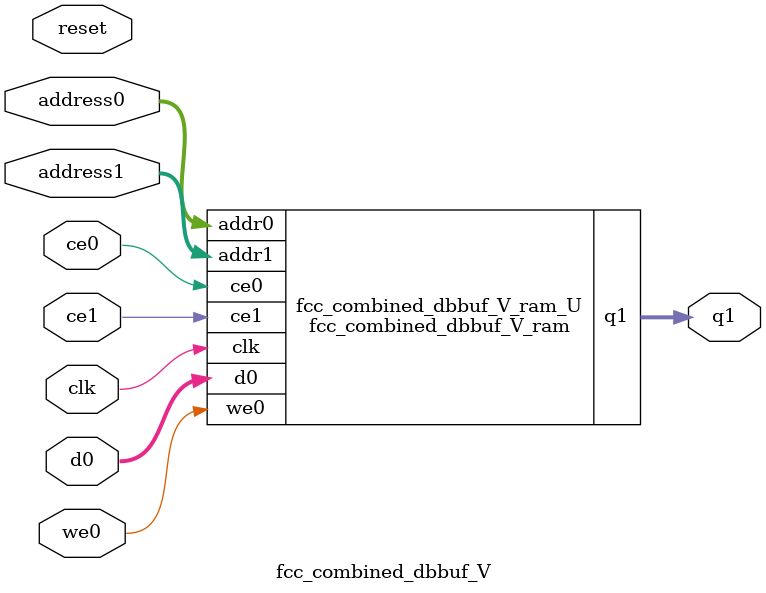
<source format=v>
`timescale 1 ns / 1 ps
module fcc_combined_dbbuf_V_ram (addr0, ce0, d0, we0, addr1, ce1, q1,  clk);

parameter DWIDTH = 32;
parameter AWIDTH = 10;
parameter MEM_SIZE = 1000;

input[AWIDTH-1:0] addr0;
input ce0;
input[DWIDTH-1:0] d0;
input we0;
input[AWIDTH-1:0] addr1;
input ce1;
output reg[DWIDTH-1:0] q1;
input clk;

reg [DWIDTH-1:0] ram[0:MEM_SIZE-1];




always @(posedge clk)  
begin 
    if (ce0) begin
        if (we0) 
            ram[addr0] <= d0; 
    end
end


always @(posedge clk)  
begin 
    if (ce1) begin
        q1 <= ram[addr1];
    end
end


endmodule

`timescale 1 ns / 1 ps
module fcc_combined_dbbuf_V(
    reset,
    clk,
    address0,
    ce0,
    we0,
    d0,
    address1,
    ce1,
    q1);

parameter DataWidth = 32'd32;
parameter AddressRange = 32'd1000;
parameter AddressWidth = 32'd10;
input reset;
input clk;
input[AddressWidth - 1:0] address0;
input ce0;
input we0;
input[DataWidth - 1:0] d0;
input[AddressWidth - 1:0] address1;
input ce1;
output[DataWidth - 1:0] q1;



fcc_combined_dbbuf_V_ram fcc_combined_dbbuf_V_ram_U(
    .clk( clk ),
    .addr0( address0 ),
    .ce0( ce0 ),
    .we0( we0 ),
    .d0( d0 ),
    .addr1( address1 ),
    .ce1( ce1 ),
    .q1( q1 ));

endmodule


</source>
